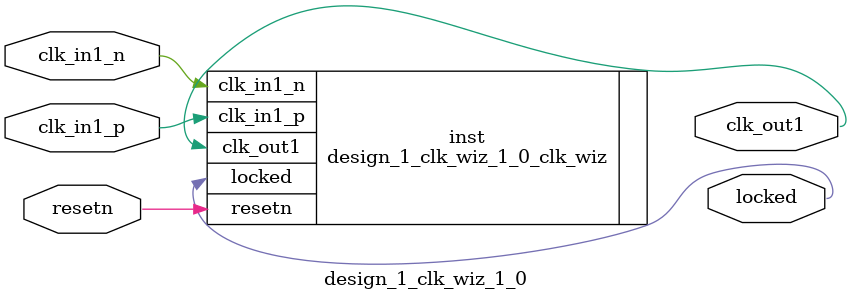
<source format=v>


`timescale 1ps/1ps

(* CORE_GENERATION_INFO = "design_1_clk_wiz_1_0,clk_wiz_v6_0_3_0_0,{component_name=design_1_clk_wiz_1_0,use_phase_alignment=true,use_min_o_jitter=false,use_max_i_jitter=false,use_dyn_phase_shift=false,use_inclk_switchover=false,use_dyn_reconfig=false,enable_axi=0,feedback_source=FDBK_AUTO,PRIMITIVE=MMCM,num_out_clk=1,clkin1_period=5.000,clkin2_period=10.0,use_power_down=false,use_reset=true,use_locked=true,use_inclk_stopped=false,feedback_type=SINGLE,CLOCK_MGR_TYPE=NA,manual_override=false}" *)

module design_1_clk_wiz_1_0 
 (
  // Clock out ports
  output        clk_out1,
  // Status and control signals
  input         resetn,
  output        locked,
 // Clock in ports
  input         clk_in1_p,
  input         clk_in1_n
 );

  design_1_clk_wiz_1_0_clk_wiz inst
  (
  // Clock out ports  
  .clk_out1(clk_out1),
  // Status and control signals               
  .resetn(resetn), 
  .locked(locked),
 // Clock in ports
  .clk_in1_p(clk_in1_p),
  .clk_in1_n(clk_in1_n)
  );

endmodule

</source>
